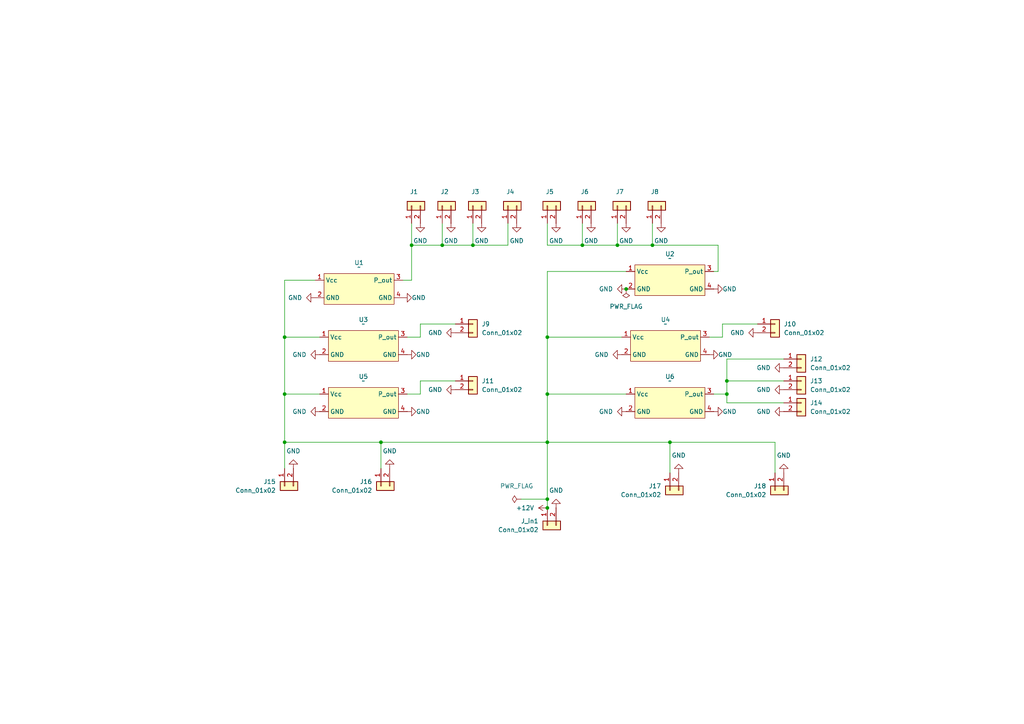
<source format=kicad_sch>
(kicad_sch (version 20250114) (generator "eeschema") (generator_version "9.0")
  (paper "A4")
  (lib_symbols
    (symbol "Connector_Generic:Conn_01x02" (pin_names (offset 1.016) (hide yes))
      (property "Reference" "J" (at 0 2.54 0))
      (property "Value" "Conn_01x02" (at 0 -5.08 0))
      (symbol "Conn_01x02_1_1"
        (rectangle (start -1.27 1.27) (end 1.27 -3.81) (stroke (width 0.254)) (fill (type background)))
        (rectangle (start -1.27 0.127) (end 0 -0.127) (stroke (width 0.1524)))
        (rectangle (start -1.27 -2.413) (end 0 -2.667) (stroke (width 0.1524)))
        (pin passive line (at -5.08 0 0) (length 3.81) (name "Pin_1") (number "1"))
        (pin passive line (at -5.08 -2.54 0) (length 3.81) (name "Pin_2") (number "2"))
      )
    )
    (symbol "XL4015:XL4015"
      (property "Reference" "U" (at 0 7.112 0))
      (symbol "XL4015_1_1"
        (rectangle (start -10.16 4.445) (end 10.16 -4.445) (fill (type background)))
        (pin power_in line (at -12.7 2.54 0) (length 2.54) (name "Vcc") (number "1"))
        (pin power_in line (at -12.7 -2.54 0) (length 2.54) (name "GND") (number "2"))
        (pin power_out line (at 12.7 2.54 180) (length 2.54) (name "P_out") (number "3"))
        (pin power_in line (at 12.7 -2.54 180) (length 2.54) (name "GND") (number "4"))
      )
    )
    (symbol "power:+12V" (power) (pin_numbers (hide yes)) (pin_names (offset 0) (hide yes))
      (property "Value" "+12V" (at 0 3.556 0))
      (symbol "+12V_0_1"
        (polyline (pts (xy -0.762 1.27) (xy 0 2.54)))
        (polyline (pts (xy 0 2.54) (xy 0.762 1.27)))
        (polyline (pts (xy 0 0) (xy 0 2.54)))
      )
      (symbol "+12V_1_1"
        (pin power_in line (at 0 0 90) (length 0) (name "~") (number "1"))
      )
    )
    (symbol "power:GND" (power) (pin_numbers (hide yes)) (pin_names (offset 0) (hide yes))
      (property "Value" "GND" (at 0 -3.81 0))
      (symbol "GND_0_1"
        (polyline (pts (xy 0 0) (xy 0 -1.27) (xy 1.27 -1.27) (xy 0 -2.54) (xy -1.27 -1.27) (xy 0 -1.27)))
      )
      (symbol "GND_1_1"
        (pin power_in line (at 0 0 270) (length 0) (name "~") (number "1"))
      )
    )
    (symbol "power:PWR_FLAG" (power) (pin_numbers (hide yes)) (pin_names (offset 0) (hide yes))
      (property "Value" "PWR_FLAG" (at 0 3.81 0))
      (symbol "PWR_FLAG_0_0"
        (pin power_out line (at 0 0 90) (length 0) (name "~") (number "1"))
      )
      (symbol "PWR_FLAG_0_1"
        (polyline (pts (xy 0 0) (xy 0 1.27) (xy -1.016 1.905) (xy 0 2.54) (xy 1.016 1.905) (xy 0 1.27)))
      )
    )
  )
  (junction (at 82.55 128.27))
  (junction (at 179.07 71.12))
  (junction (at 128.27 71.12))
  (junction (at 189.23 71.12))
  (junction (at 158.75 144.78))
  (junction (at 168.91 71.12))
  (junction (at 110.49 128.27))
  (junction (at 210.82 114.3))
  (junction (at 158.75 114.3))
  (junction (at 210.82 110.49))
  (junction (at 137.16 71.12))
  (junction (at 194.31 128.27))
  (junction (at 181.61 83.82))
  (junction (at 119.38 71.12))
  (junction (at 82.55 97.79))
  (junction (at 158.75 128.27))
  (junction (at 82.55 114.3))
  (junction (at 158.75 147.32))
  (junction (at 158.75 97.79))
  (wire (pts (xy 158.75 97.79) (xy 180.34 97.79)))
  (wire (pts (xy 210.82 110.49) (xy 227.33 110.49)))
  (wire (pts (xy 179.07 71.12) (xy 168.91 71.12)))
  (wire (pts (xy 158.75 114.3) (xy 181.61 114.3)))
  (wire (pts (xy 224.79 128.27) (xy 224.79 137.16)))
  (wire (pts (xy 210.82 110.49) (xy 210.82 104.14)))
  (wire (pts (xy 121.92 114.3) (xy 121.92 110.49)))
  (wire (pts (xy 158.75 144.78) (xy 158.75 147.32)))
  (wire (pts (xy 110.49 128.27) (xy 110.49 135.89)))
  (wire (pts (xy 110.49 128.27) (xy 158.75 128.27)))
  (wire (pts (xy 128.27 64.77) (xy 128.27 71.12)))
  (wire (pts (xy 158.75 71.12) (xy 158.75 64.77)))
  (wire (pts (xy 158.75 128.27) (xy 194.31 128.27)))
  (wire (pts (xy 116.84 81.28) (xy 119.38 81.28)))
  (wire (pts (xy 119.38 71.12) (xy 128.27 71.12)))
  (wire (pts (xy 158.75 78.74) (xy 181.61 78.74)))
  (wire (pts (xy 82.55 114.3) (xy 92.71 114.3)))
  (wire (pts (xy 121.92 93.98) (xy 132.08 93.98)))
  (wire (pts (xy 209.55 97.79) (xy 209.55 93.98)))
  (wire (pts (xy 158.75 78.74) (xy 158.75 97.79)))
  (wire (pts (xy 82.55 97.79) (xy 92.71 97.79)))
  (wire (pts (xy 82.55 97.79) (xy 82.55 81.28)))
  (wire (pts (xy 151.13 144.78) (xy 158.75 144.78)))
  (wire (pts (xy 158.75 97.79) (xy 158.75 114.3)))
  (wire (pts (xy 119.38 71.12) (xy 119.38 81.28)))
  (wire (pts (xy 82.55 81.28) (xy 91.44 81.28)))
  (wire (pts (xy 137.16 64.77) (xy 137.16 71.12)))
  (wire (pts (xy 189.23 71.12) (xy 179.07 71.12)))
  (wire (pts (xy 137.16 71.12) (xy 147.32 71.12)))
  (wire (pts (xy 82.55 114.3) (xy 82.55 97.79)))
  (wire (pts (xy 208.28 71.12) (xy 189.23 71.12)))
  (wire (pts (xy 207.01 114.3) (xy 210.82 114.3)))
  (wire (pts (xy 209.55 93.98) (xy 219.71 93.98)))
  (wire (pts (xy 189.23 64.77) (xy 189.23 71.12)))
  (wire (pts (xy 210.82 114.3) (xy 210.82 110.49)))
  (wire (pts (xy 82.55 114.3) (xy 82.55 128.27)))
  (wire (pts (xy 208.28 71.12) (xy 208.28 78.74)))
  (wire (pts (xy 227.33 116.84) (xy 210.82 116.84)))
  (wire (pts (xy 82.55 128.27) (xy 82.55 135.89)))
  (wire (pts (xy 210.82 116.84) (xy 210.82 114.3)))
  (wire (pts (xy 118.11 114.3) (xy 121.92 114.3)))
  (wire (pts (xy 158.75 128.27) (xy 158.75 144.78)))
  (wire (pts (xy 194.31 128.27) (xy 194.31 137.16)))
  (wire (pts (xy 128.27 71.12) (xy 137.16 71.12)))
  (wire (pts (xy 158.75 114.3) (xy 158.75 128.27)))
  (wire (pts (xy 121.92 97.79) (xy 121.92 93.98)))
  (wire (pts (xy 205.74 97.79) (xy 209.55 97.79)))
  (wire (pts (xy 168.91 64.77) (xy 168.91 71.12)))
  (wire (pts (xy 121.92 110.49) (xy 132.08 110.49)))
  (wire (pts (xy 210.82 104.14) (xy 227.33 104.14)))
  (wire (pts (xy 207.01 78.74) (xy 208.28 78.74)))
  (wire (pts (xy 119.38 64.77) (xy 119.38 71.12)))
  (wire (pts (xy 118.11 97.79) (xy 121.92 97.79)))
  (wire (pts (xy 147.32 71.12) (xy 147.32 64.77)))
  (wire (pts (xy 194.31 128.27) (xy 224.79 128.27)))
  (wire (pts (xy 168.91 71.12) (xy 158.75 71.12)))
  (wire (pts (xy 179.07 64.77) (xy 179.07 71.12)))
  (wire (pts (xy 82.55 128.27) (xy 110.49 128.27)))
  (symbol (lib_id "power:GND") (at 92.71 102.87 270) (unit 1)
    (property "Reference" "#PWR09" (effects (hide yes)))
    (property "Value" "GND" (at 88.9 102.8699 90) (effects (justify right)))
    (property "Description" "Power symbol creates a global label with name \"GND\" , ground" (effects (hide yes)))
  )
  (symbol (lib_id "XL4015:XL4015") (at 105.41 100.33 0) (unit 1)
    (property "Reference" "U3" (at 105.41 92.71 0))
    (property "Value" "~" (at 105.41 93.98 0))
    (property "Footprint" "XL4015:XL4015" (effects (hide yes)))
  )
  (symbol (lib_id "XL4015:XL4015") (at 104.14 83.82 0) (unit 1)
    (property "Reference" "U1" (at 104.14 76.2 0))
    (property "Value" "~" (at 104.14 77.47 0))
    (property "Footprint" "XL4015:XL4015" (effects (hide yes)))
  )
  (symbol (lib_id "power:GND") (at 227.33 119.38 270) (unit 1)
    (property "Reference" "#PWR011" (effects (hide yes)))
    (property "Value" "GND" (at 223.52 119.3799 90) (effects (justify right)))
    (property "Description" "Power symbol creates a global label with name \"GND\" , ground" (effects (hide yes)))
  )
  (symbol (lib_id "Connector_Generic:Conn_01x02") (at 158.75 59.69 90) (unit 1)
    (property "Reference" "J5" (at 158.242 55.626 90) (effects (justify right)))
    (property "Value" "Conn_01x02" (effects (hide yes)))
    (property "Footprint" "Connector_JST:JST_EH_B2B-EH-A_1x02_P2.50mm_Vertical" (effects (hide yes)))
    (property "Description" "Generic connector, single row, 01x02, script generated (kicad-library-utils/schlib/autogen/connector/)" (effects (hide yes)))
  )
  (symbol (lib_id "Connector_Generic:Conn_01x02") (at 147.32 59.69 90) (unit 1)
    (property "Reference" "J4" (at 146.812 55.626 90) (effects (justify right)))
    (property "Value" "Conn_01x02" (effects (hide yes)))
    (property "Footprint" "Connector_JST:JST_EH_B2B-EH-A_1x02_P2.50mm_Vertical" (effects (hide yes)))
    (property "Description" "Generic connector, single row, 01x02, script generated (kicad-library-utils/schlib/autogen/connector/)" (effects (hide yes)))
  )
  (symbol (lib_id "power:GND") (at 92.71 119.38 270) (unit 1)
    (property "Reference" "#PWR027" (effects (hide yes)))
    (property "Value" "GND" (at 88.9 119.3799 90) (effects (justify right)))
    (property "Description" "Power symbol creates a global label with name \"GND\" , ground" (effects (hide yes)))
  )
  (symbol (lib_id "power:GND") (at 181.61 83.82 270) (unit 1)
    (property "Reference" "#PWR02" (effects (hide yes)))
    (property "Value" "GND" (at 177.8 83.8199 90) (effects (justify right)))
    (property "Description" "Power symbol creates a global label with name \"GND\" , ground" (effects (hide yes)))
  )
  (symbol (lib_id "Connector_Generic:Conn_01x02") (at 232.41 110.49 0) (unit 1)
    (property "Reference" "J13" (at 234.95 110.4899 0) (effects (justify left)))
    (property "Value" "Conn_01x02" (at 234.95 113.0299 0) (effects (justify left)))
    (property "Footprint" "Connector_AMASS:AMASS_XT60-F_1x02_P7.20mm_Vertical" (effects (hide yes)))
    (property "Description" "Generic connector, single row, 01x02, script generated (kicad-library-utils/schlib/autogen/connector/)" (effects (hide yes)))
  )
  (symbol (lib_id "XL4015:XL4015") (at 194.31 116.84 0) (unit 1)
    (property "Reference" "U6" (at 194.31 109.22 0))
    (property "Value" "~" (at 194.31 110.49 0))
    (property "Footprint" "XL4015:XL4015" (effects (hide yes)))
  )
  (symbol (lib_id "Connector_Generic:Conn_01x02") (at 137.16 93.98 0) (unit 1)
    (property "Reference" "J9" (at 139.7 93.9799 0) (effects (justify left)))
    (property "Value" "Conn_01x02" (at 139.7 96.5199 0) (effects (justify left)))
    (property "Footprint" "Connector_AMASS:AMASS_XT60-F_1x02_P7.20mm_Vertical" (effects (hide yes)))
    (property "Description" "Generic connector, single row, 01x02, script generated (kicad-library-utils/schlib/autogen/connector/)" (effects (hide yes)))
  )
  (symbol (lib_id "Connector_Generic:Conn_01x02") (at 137.16 59.69 90) (unit 1)
    (property "Reference" "J3" (at 136.652 55.626 90) (effects (justify right)))
    (property "Value" "Conn_01x02" (effects (hide yes)))
    (property "Footprint" "Connector_JST:JST_EH_B2B-EH-A_1x02_P2.50mm_Vertical" (effects (hide yes)))
    (property "Description" "Generic connector, single row, 01x02, script generated (kicad-library-utils/schlib/autogen/connector/)" (effects (hide yes)))
  )
  (symbol (lib_id "power:GND") (at 121.92 64.77 0) (unit 1)
    (property "Reference" "#PWR08" (effects (hide yes)))
    (property "Value" "GND" (at 121.92 69.85 0))
    (property "Description" "Power symbol creates a global label with name \"GND\" , ground" (effects (hide yes)))
  )
  (symbol (lib_id "Connector_Generic:Conn_01x02") (at 168.91 59.69 90) (unit 1)
    (property "Reference" "J6" (at 168.402 55.626 90) (effects (justify right)))
    (property "Value" "Conn_01x02" (effects (hide yes)))
    (property "Footprint" "Connector_JST:JST_EH_B2B-EH-A_1x02_P2.50mm_Vertical" (effects (hide yes)))
    (property "Description" "Generic connector, single row, 01x02, script generated (kicad-library-utils/schlib/autogen/connector/)" (effects (hide yes)))
  )
  (symbol (lib_id "power:GND") (at 85.09 135.89 180) (unit 1)
    (property "Reference" "#PWR05" (effects (hide yes)))
    (property "Value" "GND" (at 85.09 130.81 0))
    (property "Description" "Power symbol creates a global label with name \"GND\" , ground" (effects (hide yes)))
  )
  (symbol (lib_id "power:GND") (at 205.74 102.87 90) (unit 1)
    (property "Reference" "#PWR016" (effects (hide yes)))
    (property "Value" "GND" (at 208.28 102.8699 90) (effects (justify right)))
    (property "Description" "Power symbol creates a global label with name \"GND\" , ground" (effects (hide yes)))
  )
  (symbol (lib_id "power:GND") (at 180.34 102.87 270) (unit 1)
    (property "Reference" "#PWR015" (effects (hide yes)))
    (property "Value" "GND" (at 176.53 102.8699 90) (effects (justify right)))
    (property "Description" "Power symbol creates a global label with name \"GND\" , ground" (effects (hide yes)))
  )
  (symbol (lib_id "power:GND") (at 227.33 137.16 180) (unit 1)
    (property "Reference" "#PWR03" (effects (hide yes)))
    (property "Value" "GND" (at 227.33 132.08 0))
    (property "Description" "Power symbol creates a global label with name \"GND\" , ground" (effects (hide yes)))
  )
  (symbol (lib_id "power:GND") (at 132.08 113.03 270) (unit 1)
    (property "Reference" "#PWR030" (effects (hide yes)))
    (property "Value" "GND" (at 128.27 113.0299 90) (effects (justify right)))
    (property "Description" "Power symbol creates a global label with name \"GND\" , ground" (effects (hide yes)))
  )
  (symbol (lib_id "Connector_Generic:Conn_01x02") (at 82.55 140.97 90) (mirror x) (unit 1)
    (property "Reference" "J15" (at 80.01 139.6999 90) (effects (justify left)))
    (property "Value" "Conn_01x02" (at 80.01 142.2399 90) (effects (justify left)))
    (property "Footprint" "Connector_AMASS:AMASS_XT60-F_1x02_P7.20mm_Vertical" (effects (hide yes)))
    (property "Description" "Generic connector, single row, 01x02, script generated (kicad-library-utils/schlib/autogen/connector/)" (effects (hide yes)))
  )
  (symbol (lib_id "power:+12V") (at 158.75 147.32 90) (unit 1)
    (property "Reference" "#PWR07" (effects (hide yes)))
    (property "Value" "+12V" (at 154.94 147.3199 90) (effects (justify left)))
    (property "Description" "Power symbol creates a global label with name \"+12V\"" (effects (hide yes)))
  )
  (symbol (lib_id "power:GND") (at 227.33 113.03 270) (unit 1)
    (property "Reference" "#PWR036" (effects (hide yes)))
    (property "Value" "GND" (at 223.52 113.0299 90) (effects (justify right)))
    (property "Description" "Power symbol creates a global label with name \"GND\" , ground" (effects (hide yes)))
  )
  (symbol (lib_id "Connector_Generic:Conn_01x02") (at 137.16 110.49 0) (unit 1)
    (property "Reference" "J11" (at 139.7 110.4899 0) (effects (justify left)))
    (property "Value" "Conn_01x02" (at 139.7 113.0299 0) (effects (justify left)))
    (property "Footprint" "Connector_AMASS:AMASS_XT60-F_1x02_P7.20mm_Vertical" (effects (hide yes)))
    (property "Description" "Generic connector, single row, 01x02, script generated (kicad-library-utils/schlib/autogen/connector/)" (effects (hide yes)))
  )
  (symbol (lib_id "power:GND") (at 139.7 64.77 0) (unit 1)
    (property "Reference" "#PWR014" (effects (hide yes)))
    (property "Value" "GND" (at 139.7 69.85 0))
    (property "Description" "Power symbol creates a global label with name \"GND\" , ground" (effects (hide yes)))
  )
  (symbol (lib_id "power:GND") (at 191.77 64.77 0) (unit 1)
    (property "Reference" "#PWR024" (effects (hide yes)))
    (property "Value" "GND" (at 191.77 69.85 0))
    (property "Description" "Power symbol creates a global label with name \"GND\" , ground" (effects (hide yes)))
  )
  (symbol (lib_id "power:GND") (at 118.11 119.38 90) (unit 1)
    (property "Reference" "#PWR028" (effects (hide yes)))
    (property "Value" "GND" (at 120.65 119.3799 90) (effects (justify right)))
    (property "Description" "Power symbol creates a global label with name \"GND\" , ground" (effects (hide yes)))
  )
  (symbol (lib_id "power:PWR_FLAG") (at 181.61 83.82 180) (unit 1)
    (property "Reference" "#FLG01" (effects (hide yes)))
    (property "Value" "PWR_FLAG" (at 181.61 88.9 0))
    (property "Description" "Special symbol for telling ERC where power comes from" (effects (hide yes)))
  )
  (symbol (lib_id "Connector_Generic:Conn_01x02") (at 128.27 59.69 90) (unit 1)
    (property "Reference" "J2" (at 127.762 55.626 90) (effects (justify right)))
    (property "Value" "Conn_01x02" (effects (hide yes)))
    (property "Footprint" "Connector_JST:JST_EH_B2B-EH-A_1x02_P2.50mm_Vertical" (effects (hide yes)))
    (property "Description" "Generic connector, single row, 01x02, script generated (kicad-library-utils/schlib/autogen/connector/)" (effects (hide yes)))
  )
  (symbol (lib_id "Connector_Generic:Conn_01x02") (at 224.79 93.98 0) (unit 1)
    (property "Reference" "J10" (at 227.33 93.9799 0) (effects (justify left)))
    (property "Value" "Conn_01x02" (at 227.33 96.5199 0) (effects (justify left)))
    (property "Footprint" "Connector_AMASS:AMASS_XT60-F_1x02_P7.20mm_Vertical" (effects (hide yes)))
    (property "Description" "Generic connector, single row, 01x02, script generated (kicad-library-utils/schlib/autogen/connector/)" (effects (hide yes)))
  )
  (symbol (lib_id "power:PWR_FLAG") (at 151.13 144.78 90) (unit 1)
    (property "Reference" "#FLG02" (effects (hide yes)))
    (property "Value" "PWR_FLAG" (at 149.86 140.97 90))
    (property "Description" "Special symbol for telling ERC where power comes from" (effects (hide yes)))
  )
  (symbol (lib_id "power:GND") (at 161.29 64.77 0) (unit 1)
    (property "Reference" "#PWR019" (effects (hide yes)))
    (property "Value" "GND" (at 161.29 69.85 0))
    (property "Description" "Power symbol creates a global label with name \"GND\" , ground" (effects (hide yes)))
  )
  (symbol (lib_id "XL4015:XL4015") (at 105.41 116.84 0) (unit 1)
    (property "Reference" "U5" (at 105.41 109.22 0))
    (property "Value" "~" (at 105.41 110.49 0))
    (property "Footprint" "XL4015:XL4015" (effects (hide yes)))
  )
  (symbol (lib_id "power:GND") (at 181.61 119.38 270) (unit 1)
    (property "Reference" "#PWR033" (effects (hide yes)))
    (property "Value" "GND" (at 177.8 119.3799 90) (effects (justify right)))
    (property "Description" "Power symbol creates a global label with name \"GND\" , ground" (effects (hide yes)))
  )
  (symbol (lib_id "Connector_Generic:Conn_01x02") (at 232.41 104.14 0) (unit 1)
    (property "Reference" "J12" (at 234.95 104.1399 0) (effects (justify left)))
    (property "Value" "Conn_01x02" (at 234.95 106.6799 0) (effects (justify left)))
    (property "Footprint" "Connector_AMASS:AMASS_XT60-F_1x02_P7.20mm_Vertical" (effects (hide yes)))
    (property "Description" "Generic connector, single row, 01x02, script generated (kicad-library-utils/schlib/autogen/connector/)" (effects (hide yes)))
  )
  (symbol (lib_id "power:GND") (at 181.61 64.77 0) (unit 1)
    (property "Reference" "#PWR023" (effects (hide yes)))
    (property "Value" "GND" (at 181.61 69.85 0))
    (property "Description" "Power symbol creates a global label with name \"GND\" , ground" (effects (hide yes)))
  )
  (symbol (lib_id "power:GND") (at 219.71 96.52 270) (unit 1)
    (property "Reference" "#PWR018" (effects (hide yes)))
    (property "Value" "GND" (at 215.9 96.5199 90) (effects (justify right)))
    (property "Description" "Power symbol creates a global label with name \"GND\" , ground" (effects (hide yes)))
  )
  (symbol (lib_id "XL4015:XL4015") (at 193.04 100.33 0) (unit 1)
    (property "Reference" "U4" (at 193.04 92.71 0))
    (property "Value" "~" (at 193.04 93.98 0))
    (property "Footprint" "XL4015:XL4015" (effects (hide yes)))
  )
  (symbol (lib_id "Connector_Generic:Conn_01x02") (at 110.49 140.97 90) (mirror x) (unit 1)
    (property "Reference" "J16" (at 107.95 139.6999 90) (effects (justify left)))
    (property "Value" "Conn_01x02" (at 107.95 142.2399 90) (effects (justify left)))
    (property "Footprint" "Connector_AMASS:AMASS_XT60-F_1x02_P7.20mm_Vertical" (effects (hide yes)))
    (property "Description" "Generic connector, single row, 01x02, script generated (kicad-library-utils/schlib/autogen/connector/)" (effects (hide yes)))
  )
  (symbol (lib_id "power:GND") (at 132.08 96.52 270) (unit 1)
    (property "Reference" "#PWR012" (effects (hide yes)))
    (property "Value" "GND" (at 128.27 96.5199 90) (effects (justify right)))
    (property "Description" "Power symbol creates a global label with name \"GND\" , ground" (effects (hide yes)))
  )
  (symbol (lib_id "power:GND") (at 113.03 135.89 180) (unit 1)
    (property "Reference" "#PWR025" (effects (hide yes)))
    (property "Value" "GND" (at 113.03 130.81 0))
    (property "Description" "Power symbol creates a global label with name \"GND\" , ground" (effects (hide yes)))
  )
  (symbol (lib_id "Connector_Generic:Conn_01x02") (at 224.79 142.24 90) (mirror x) (unit 1)
    (property "Reference" "J18" (at 222.25 140.9699 90) (effects (justify left)))
    (property "Value" "Conn_01x02" (at 222.25 143.5099 90) (effects (justify left)))
    (property "Footprint" "Connector_AMASS:AMASS_XT60-F_1x02_P7.20mm_Vertical" (effects (hide yes)))
    (property "Description" "Generic connector, single row, 01x02, script generated (kicad-library-utils/schlib/autogen/connector/)" (effects (hide yes)))
  )
  (symbol (lib_id "power:GND") (at 161.29 147.32 180) (unit 1)
    (property "Reference" "#PWR01" (effects (hide yes)))
    (property "Value" "GND" (at 161.29 142.24 0))
    (property "Description" "Power symbol creates a global label with name \"GND\" , ground" (effects (hide yes)))
  )
  (symbol (lib_id "power:GND") (at 130.81 64.77 0) (unit 1)
    (property "Reference" "#PWR013" (effects (hide yes)))
    (property "Value" "GND" (at 130.81 69.85 0))
    (property "Description" "Power symbol creates a global label with name \"GND\" , ground" (effects (hide yes)))
  )
  (symbol (lib_id "Connector_Generic:Conn_01x02") (at 232.41 116.84 0) (unit 1)
    (property "Reference" "J14" (at 234.95 116.8399 0) (effects (justify left)))
    (property "Value" "Conn_01x02" (at 234.95 119.3799 0) (effects (justify left)))
    (property "Footprint" "Connector_AMASS:AMASS_XT60-F_1x02_P7.20mm_Vertical" (effects (hide yes)))
    (property "Description" "Generic connector, single row, 01x02, script generated (kicad-library-utils/schlib/autogen/connector/)" (effects (hide yes)))
  )
  (symbol (lib_id "Connector_Generic:Conn_01x02") (at 194.31 142.24 90) (mirror x) (unit 1)
    (property "Reference" "J17" (at 191.77 140.9699 90) (effects (justify left)))
    (property "Value" "Conn_01x02" (at 191.77 143.5099 90) (effects (justify left)))
    (property "Footprint" "Connector_AMASS:AMASS_XT60-F_1x02_P7.20mm_Vertical" (effects (hide yes)))
    (property "Description" "Generic connector, single row, 01x02, script generated (kicad-library-utils/schlib/autogen/connector/)" (effects (hide yes)))
  )
  (symbol (lib_id "Connector_Generic:Conn_01x02") (at 158.75 152.4 90) (mirror x) (unit 1)
    (property "Reference" "J_in1" (at 156.21 151.1299 90) (effects (justify left)))
    (property "Value" "Conn_01x02" (at 156.21 153.6699 90) (effects (justify left)))
    (property "Footprint" "Connector_AMASS:AMASS_XT60-M_1x02_P7.20mm_Vertical" (effects (hide yes)))
    (property "Description" "Generic connector, single row, 01x02, script generated (kicad-library-utils/schlib/autogen/connector/)" (effects (hide yes)))
  )
  (symbol (lib_id "power:GND") (at 227.33 106.68 270) (unit 1)
    (property "Reference" "#PWR06" (effects (hide yes)))
    (property "Value" "GND" (at 223.52 106.6799 90) (effects (justify right)))
    (property "Description" "Power symbol creates a global label with name \"GND\" , ground" (effects (hide yes)))
  )
  (symbol (lib_id "XL4015:XL4015") (at 194.31 81.28 0) (unit 1)
    (property "Reference" "U2" (at 194.31 73.66 0))
    (property "Value" "~" (at 194.31 74.93 0))
    (property "Footprint" "XL4015:XL4015" (effects (hide yes)))
  )
  (symbol (lib_id "power:GND") (at 207.01 119.38 90) (unit 1)
    (property "Reference" "#PWR034" (effects (hide yes)))
    (property "Value" "GND" (at 209.55 119.3799 90) (effects (justify right)))
    (property "Description" "Power symbol creates a global label with name \"GND\" , ground" (effects (hide yes)))
  )
  (symbol (lib_id "power:GND") (at 171.45 64.77 0) (unit 1)
    (property "Reference" "#PWR020" (effects (hide yes)))
    (property "Value" "GND" (at 171.45 69.85 0))
    (property "Description" "Power symbol creates a global label with name \"GND\" , ground" (effects (hide yes)))
  )
  (symbol (lib_id "power:GND") (at 116.84 86.36 90) (unit 1)
    (property "Reference" "#PWR022" (effects (hide yes)))
    (property "Value" "GND" (at 119.38 86.3599 90) (effects (justify right)))
    (property "Description" "Power symbol creates a global label with name \"GND\" , ground" (effects (hide yes)))
  )
  (symbol (lib_id "Connector_Generic:Conn_01x02") (at 179.07 59.69 90) (unit 1)
    (property "Reference" "J7" (at 178.562 55.626 90) (effects (justify right)))
    (property "Value" "Conn_01x02" (effects (hide yes)))
    (property "Footprint" "Connector_JST:JST_EH_B2B-EH-A_1x02_P2.50mm_Vertical" (effects (hide yes)))
    (property "Description" "Generic connector, single row, 01x02, script generated (kicad-library-utils/schlib/autogen/connector/)" (effects (hide yes)))
  )
  (symbol (lib_id "power:GND") (at 118.11 102.87 90) (unit 1)
    (property "Reference" "#PWR010" (effects (hide yes)))
    (property "Value" "GND" (at 120.65 102.8699 90) (effects (justify right)))
    (property "Description" "Power symbol creates a global label with name \"GND\" , ground" (effects (hide yes)))
  )
  (symbol (lib_id "power:GND") (at 196.85 137.16 180) (unit 1)
    (property "Reference" "#PWR026" (effects (hide yes)))
    (property "Value" "GND" (at 196.85 132.08 0))
    (property "Description" "Power symbol creates a global label with name \"GND\" , ground" (effects (hide yes)))
  )
  (symbol (lib_id "power:GND") (at 149.86 64.77 0) (unit 1)
    (property "Reference" "#PWR017" (effects (hide yes)))
    (property "Value" "GND" (at 149.86 69.85 0))
    (property "Description" "Power symbol creates a global label with name \"GND\" , ground" (effects (hide yes)))
  )
  (symbol (lib_id "power:GND") (at 91.44 86.36 270) (unit 1)
    (property "Reference" "#PWR021" (effects (hide yes)))
    (property "Value" "GND" (at 87.63 86.3599 90) (effects (justify right)))
    (property "Description" "Power symbol creates a global label with name \"GND\" , ground" (effects (hide yes)))
  )
  (symbol (lib_id "Connector_Generic:Conn_01x02") (at 189.23 59.69 90) (unit 1)
    (property "Reference" "J8" (at 188.722 55.626 90) (effects (justify right)))
    (property "Value" "Conn_01x02" (effects (hide yes)))
    (property "Footprint" "Connector_JST:JST_EH_B2B-EH-A_1x02_P2.50mm_Vertical" (effects (hide yes)))
    (property "Description" "Generic connector, single row, 01x02, script generated (kicad-library-utils/schlib/autogen/connector/)" (effects (hide yes)))
  )
  (symbol (lib_id "power:GND") (at 207.01 83.82 90) (unit 1)
    (property "Reference" "#PWR04" (effects (hide yes)))
    (property "Value" "GND" (at 209.55 83.8199 90) (effects (justify right)))
    (property "Description" "Power symbol creates a global label with name \"GND\" , ground" (effects (hide yes)))
  )
  (symbol (lib_id "Connector_Generic:Conn_01x02") (at 119.38 59.69 90) (unit 1)
    (property "Reference" "J1" (at 118.872 55.626 90) (effects (justify right)))
    (property "Value" "Conn_01x02" (effects (hide yes)))
    (property "Footprint" "Connector_JST:JST_EH_B2B-EH-A_1x02_P2.50mm_Vertical" (effects (hide yes)))
    (property "Description" "Generic connector, single row, 01x02, script generated (kicad-library-utils/schlib/autogen/connector/)" (effects (hide yes)))
  )
)
</source>
